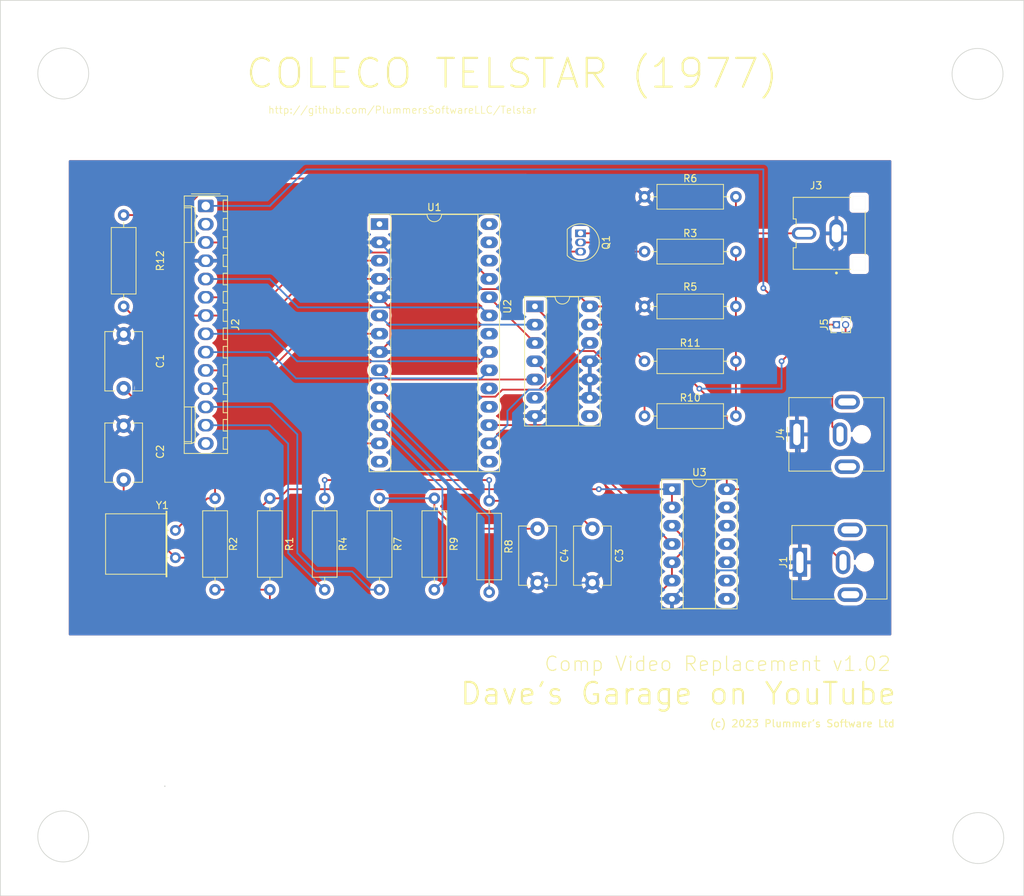
<source format=kicad_pcb>
(kicad_pcb (version 20211014) (generator pcbnew)
  (layers (0 "F.Cu" signal) (31 "B.Cu" signal) (34 "B.Paste" user) (35 "F.Paste" user) (36 "B.SilkS" user "B.Silkscreen") (37 "F.SilkS" user "F.Silkscreen") (38 "B.Mask" user) (39 "F.Mask" user) (44 "Edge.Cuts" user))
  (net 0 "")
  (net 1 "Net-(C2-Pad1)")
  (net 2 "Net-(R1-Pad2)")
  (net 3 "Net-(C1-Pad1)")
  (net 4 "Net-(R10-Pad1)")
  (net 5 "R_POT_WIPE")
  (net 6 "Net-(R4-Pad2)")
  (net 7 "GND")
  (net 8 "L_POT_WIPE")
  (net 9 "Net-(R8-Pad2)")
  (net 10 "Net-(R9-Pad2)")
  (net 11 "Net-(R10-Pad2)")
  (net 12 "Net-(R11-Pad2)")
  (net 14 "SOUND")
  (net 15 "VCC")
  (net 16 "BALLOUT")
  (net 17 "SPEED")
  (net 18 "RPLAYEROUT")
  (net 19 "LPLAYEROUT")
  (net 20 "BATSIZE")
  (net 23 "SYNC")
  (net 24 "Net-(U1-Pad17)")
  (net 27 "TENNIS")
  (net 28 "SOCCER")
  (net 30 "PRACTICE")
  (net 31 "FIELDOUT")
  (net 32 "RESET")
  (net 38 "Net-(J3-Pad2)")
  (net 39 "Net-(Q1-Pad3)")
  (net 40 "Net-(Q1-Pad2)")
  (net 41 "Net-(C4-Pad1)")
  (net 42 "Net-(J4-Pad2)")
  (footprint "Capacitor_THT:C_Disc_D8.0mm_W5.0mm_P7.50mm" (layer "F.Cu") (at 110.86 102.01 -90)
    (fp_text reference "C3" (at 3.75 -3.75 90) (layer "F.SilkS"))
    (fp_text value ".1uF")
    (pad "1" thru_hole circle (at 0 0 270) (size 2 2) (drill 1) (layers *.Cu *.Mask) (net 6 "Net-(R4-Pad2)"))
    (pad "2" thru_hole circle (at 7.5 0 270) (size 2 2) (drill 1) (layers *.Cu *.Mask) (net 7 "GND"))
  )
  (footprint "Capacitor_THT:C_Disc_D8.0mm_W5.0mm_P7.50mm" (layer "F.Cu") (at 103.24 102.01 -90)
    (fp_text reference "C4" (at 3.75 -3.75 90) (layer "F.SilkS"))
    (fp_text value ".1uF")
    (pad "1" thru_hole circle (at 0 0 270) (size 2 2) (drill 1) (layers *.Cu *.Mask) (net 41 "Net-(C4-Pad1)"))
    (pad "2" thru_hole circle (at 7.5 0 270) (size 2 2) (drill 1) (layers *.Cu *.Mask) (net 7 "GND"))
  )
  (footprint "Resistor_THT:R_Axial_DIN0309_L9.0mm_D3.2mm_P12.70mm_Horizontal" (layer "F.Cu") (at 81.28 110.49 90)
    (fp_text reference "R7" (at 6.35 2.54 90) (layer "F.SilkS"))
    (fp_text value "10K")
    (pad "1" thru_hole circle (at 0 0 90) (size 1.6 1.6) (drill 0.8) (layers *.Cu *.Mask) (net 8 "L_POT_WIPE"))
    (pad "2" thru_hole oval (at 12.7 0 90) (size 1.6 1.6) (drill 0.8) (layers *.Cu *.Mask) (net 41 "Net-(C4-Pad1)"))
  )
  (footprint "Crystal:Crystal_HC52-8mm_Horizontal" (layer "F.Cu") (at 52.91 102.24 -90)
    (fp_text reference "Y1" (at -3.475 1.8125) (layer "F.SilkS"))
    (fp_text value "2MHz")
    (pad "1" thru_hole circle (at 0 0 270) (size 1.5 1.5) (drill 0.8) (layers *.Cu *.Mask) (net 3 "Net-(C1-Pad1)"))
    (pad "2" thru_hole circle (at 3.8 0 270) (size 1.5 1.5) (drill 0.8) (layers *.Cu *.Mask) (net 1 "Net-(C2-Pad1)"))
  )
  (footprint "Resistor_THT:R_Axial_DIN0309_L9.0mm_D3.2mm_P12.70mm_Horizontal" (layer "F.Cu") (at 58.42 110.49 90)
    (fp_text reference "R2" (at 6.35 2.54 90) (layer "F.SilkS"))
    (fp_text value "220")
    (pad "1" thru_hole circle (at 0 0 90) (size 1.6 1.6) (drill 0.8) (layers *.Cu *.Mask) (net 2 "Net-(R1-Pad2)"))
    (pad "2" thru_hole oval (at 12.7 0 90) (size 1.6 1.6) (drill 0.8) (layers *.Cu *.Mask) (net 3 "Net-(C1-Pad1)"))
  )
  (footprint "Resistor_THT:R_Axial_DIN0309_L9.0mm_D3.2mm_P12.70mm_Horizontal" (layer "F.Cu") (at 73.66 110.49 90)
    (fp_text reference "R4" (at 6.35 2.54 90) (layer "F.SilkS"))
    (fp_text value "10K")
    (pad "1" thru_hole circle (at 0 0 90) (size 1.6 1.6) (drill 0.8) (layers *.Cu *.Mask) (net 5 "R_POT_WIPE"))
    (pad "2" thru_hole oval (at 12.7 0 90) (size 1.6 1.6) (drill 0.8) (layers *.Cu *.Mask) (net 6 "Net-(R4-Pad2)"))
  )
  (footprint "Resistor_THT:R_Axial_DIN0309_L9.0mm_D3.2mm_P12.70mm_Horizontal" (layer "F.Cu") (at 118.11 71.12)
    (fp_text reference "R5" (at 6.35 -2.72) (layer "F.SilkS"))
    (fp_text value "220")
    (pad "1" thru_hole circle (at 0 0) (size 1.6 1.6) (drill 0.8) (layers *.Cu *.Mask) (net 7 "GND"))
    (pad "2" thru_hole oval (at 12.7 0) (size 1.6 1.6) (drill 0.8) (layers *.Cu *.Mask) (net 4 "Net-(R10-Pad1)"))
  )
  (footprint "Resistor_THT:R_Axial_DIN0309_L9.0mm_D3.2mm_P12.70mm_Horizontal" (layer "F.Cu") (at 45.72 58.42 -90)
    (fp_text reference "R12" (at 6.35 -5.08 90) (layer "F.SilkS"))
    (fp_text value "47")
    (pad "1" thru_hole circle (at 0 0 270) (size 1.6 1.6) (drill 0.8) (layers *.Cu *.Mask) (net 39 "Net-(Q1-Pad3)"))
    (pad "2" thru_hole oval (at 12.7 0 270) (size 1.6 1.6) (drill 0.8) (layers *.Cu *.Mask) (net 15 "VCC"))
  )
  (footprint "Package_DIP:DIP-28_W15.24mm_Socket_LongPads" (layer "F.Cu") (at 81.275 59.675)
    (fp_text reference "U1" (at 7.62 -2.33) (layer "F.SilkS"))
    (fp_text value "AY-3-8500")
    (pad "1" thru_hole rect (at 0 0) (size 2.4 1.6) (drill 0.8) (layers *.Cu *.Mask))
    (pad "2" thru_hole oval (at 0 2.54) (size 2.4 1.6) (drill 0.8) (layers *.Cu *.Mask) (net 7 "GND"))
    (pad "3" thru_hole oval (at 0 5.08) (size 2.4 1.6) (drill 0.8) (layers *.Cu *.Mask) (net 14 "SOUND"))
    (pad "4" thru_hole oval (at 0 7.62) (size 2.4 1.6) (drill 0.8) (layers *.Cu *.Mask) (net 15 "VCC"))
    (pad "5" thru_hole oval (at 0 10.16) (size 2.4 1.6) (drill 0.8) (layers *.Cu *.Mask) (net 7 "GND"))
    (pad "6" thru_hole oval (at 0 12.7) (size 2.4 1.6) (drill 0.8) (layers *.Cu *.Mask) (net 16 "BALLOUT"))
    (pad "7" thru_hole oval (at 0 15.24) (size 2.4 1.6) (drill 0.8) (layers *.Cu *.Mask) (net 17 "SPEED"))
    (pad "8" thru_hole oval (at 0 17.78) (size 2.4 1.6) (drill 0.8) (layers *.Cu *.Mask) (net 7 "GND"))
    (pad "9" thru_hole oval (at 0 20.32) (size 2.4 1.6) (drill 0.8) (layers *.Cu *.Mask) (net 18 "RPLAYEROUT"))
    (pad "10" thru_hole oval (at 0 22.86) (size 2.4 1.6) (drill 0.8) (layers *.Cu *.Mask) (net 19 "LPLAYEROUT"))
    (pad "11" thru_hole oval (at 0 25.4) (size 2.4 1.6) (drill 0.8) (layers *.Cu *.Mask) (net 9 "Net-(R8-Pad2)"))
    (pad "12" thru_hole oval (at 0 27.94) (size 2.4 1.6) (drill 0.8) (layers *.Cu *.Mask) (net 10 "Net-(R9-Pad2)"))
    (pad "13" thru_hole oval (at 0 30.48) (size 2.4 1.6) (drill 0.8) (layers *.Cu *.Mask) (net 20 "BATSIZE"))
    (pad "14" thru_hole oval (at 0 33.02) (size 2.4 1.6) (drill 0.8) (layers *.Cu *.Mask))
    (pad "15" thru_hole oval (at 15.24 33.02) (size 2.4 1.6) (drill 0.8) (layers *.Cu *.Mask))
    (pad "16" thru_hole oval (at 15.24 30.48) (size 2.4 1.6) (drill 0.8) (layers *.Cu *.Mask) (net 23 "SYNC"))
    (pad "17" thru_hole oval (at 15.24 27.94) (size 2.4 1.6) (drill 0.8) (layers *.Cu *.Mask) (net 24 "Net-(U1-Pad17)"))
    (pad "18" thru_hole oval (at 15.24 25.4) (size 2.4 1.6) (drill 0.8) (layers *.Cu *.Mask))
    (pad "19" thru_hole oval (at 15.24 22.86) (size 2.4 1.6) (drill 0.8) (layers *.Cu *.Mask))
    (pad "20" thru_hole oval (at 15.24 20.32) (size 2.4 1.6) (drill 0.8) (layers *.Cu *.Mask) (net 27 "TENNIS"))
    (pad "21" thru_hole oval (at 15.24 17.78) (size 2.4 1.6) (drill 0.8) (layers *.Cu *.Mask) (net 28 "SOCCER"))
    (pad "22" thru_hole oval (at 15.24 15.24) (size 2.4 1.6) (drill 0.8) (layers *.Cu *.Mask))
    (pad "23" thru_hole oval (at 15.24 12.7) (size 2.4 1.6) (drill 0.8) (layers *.Cu *.Mask) (net 30 "PRACTICE"))
    (pad "24" thru_hole oval (at 15.24 10.16) (size 2.4 1.6) (drill 0.8) (layers *.Cu *.Mask) (net 31 "FIELDOUT"))
    (pad "25" thru_hole oval (at 15.24 7.62) (size 2.4 1.6) (drill 0.8) (layers *.Cu *.Mask) (net 32 "RESET"))
    (pad "26" thru_hole oval (at 15.24 5.08) (size 2.4 1.6) (drill 0.8) (layers *.Cu *.Mask))
    (pad "27" thru_hole oval (at 15.24 2.54) (size 2.4 1.6) (drill 0.8) (layers *.Cu *.Mask))
    (pad "28" thru_hole oval (at 15.24 0) (size 2.4 1.6) (drill 0.8) (layers *.Cu *.Mask))
  )
  (footprint "Package_DIP:DIP-14_W7.62mm_Socket_LongPads" (layer "F.Cu") (at 102.88 71.115)
    (fp_text reference "U2" (at -3.82 0.005 90) (layer "F.SilkS"))
    (fp_text value "4072")
    (pad "1" thru_hole rect (at 0 0) (size 2.4 1.6) (drill 0.8) (layers *.Cu *.Mask) (net 11 "Net-(R10-Pad2)"))
    (pad "2" thru_hole oval (at 0 2.54) (size 2.4 1.6) (drill 0.8) (layers *.Cu *.Mask) (net 16 "BALLOUT"))
    (pad "3" thru_hole oval (at 0 5.08) (size 2.4 1.6) (drill 0.8) (layers *.Cu *.Mask) (net 31 "FIELDOUT"))
    (pad "4" thru_hole oval (at 0 7.62) (size 2.4 1.6) (drill 0.8) (layers *.Cu *.Mask) (net 19 "LPLAYEROUT"))
    (pad "5" thru_hole oval (at 0 10.16) (size 2.4 1.6) (drill 0.8) (layers *.Cu *.Mask) (net 18 "RPLAYEROUT"))
    (pad "6" thru_hole oval (at 0 12.7) (size 2.4 1.6) (drill 0.8) (layers *.Cu *.Mask))
    (pad "7" thru_hole oval (at 0 15.24) (size 2.4 1.6) (drill 0.8) (layers *.Cu *.Mask) (net 7 "GND"))
    (pad "8" thru_hole oval (at 7.62 15.24) (size 2.4 1.6) (drill 0.8) (layers *.Cu *.Mask))
    (pad "9" thru_hole oval (at 7.62 12.7) (size 2.4 1.6) (drill 0.8) (layers *.Cu *.Mask) (net 7 "GND"))
    (pad "10" thru_hole oval (at 7.62 10.16) (size 2.4 1.6) (drill 0.8) (layers *.Cu *.Mask) (net 7 "GND"))
    (pad "11" thru_hole oval (at 7.62 7.62) (size 2.4 1.6) (drill 0.8) (layers *.Cu *.Mask) (net 7 "GND"))
    (pad "12" thru_hole oval (at 7.62 5.08) (size 2.4 1.6) (drill 0.8) (layers *.Cu *.Mask) (net 23 "SYNC"))
    (pad "13" thru_hole oval (at 7.62 2.54) (size 2.4 1.6) (drill 0.8) (layers *.Cu *.Mask) (net 12 "Net-(R11-Pad2)"))
    (pad "14" thru_hole oval (at 7.62 0) (size 2.4 1.6) (drill 0.8) (layers *.Cu *.Mask) (net 15 "VCC"))
  )
  (footprint "Resistor_THT:R_Axial_DIN0309_L9.0mm_D3.2mm_P12.70mm_Horizontal" (layer "F.Cu") (at 130.81 86.36 180)
    (fp_text reference "R10" (at 6.35 2.54) (layer "F.SilkS"))
    (fp_text value "330")
    (pad "1" thru_hole circle (at 0 0 180) (size 1.6 1.6) (drill 0.8) (layers *.Cu *.Mask) (net 4 "Net-(R10-Pad1)"))
    (pad "2" thru_hole oval (at 12.7 0 180) (size 1.6 1.6) (drill 0.8) (layers *.Cu *.Mask) (net 11 "Net-(R10-Pad2)"))
  )
  (footprint "Resistor_THT:R_Axial_DIN0309_L9.0mm_D3.2mm_P12.70mm_Horizontal" (layer "F.Cu") (at 118.11 55.88)
    (fp_text reference "R6" (at 6.35 -2.54) (layer "F.SilkS"))
    (fp_text value "75")
    (pad "1" thru_hole circle (at 0 0) (size 1.6 1.6) (drill 0.8) (layers *.Cu *.Mask) (net 7 "GND"))
    (pad "2" thru_hole oval (at 12.7 0) (size 1.6 1.6) (drill 0.8) (layers *.Cu *.Mask) (net 38 "Net-(J3-Pad2)"))
  )
  (footprint "Connector_BarrelJack:BarrelJack_CUI_PJ-063AH_Horizontal" (layer "F.Cu") (at 139.28 88.9 90)
    (fp_text reference "J4" (at 0 -2.3 90) (layer "F.SilkS"))
    (fp_text value "Power")
    (pad "" np_thru_hole circle (at 0 9 90) (size 1.6 1.6) (drill 1.6) (layers *.Cu *.Mask))
    (pad "1" thru_hole rect (at 0 0 90) (size 4 2) (drill oval 3 1) (layers *.Cu *.Mask) (net 7 "GND"))
    (pad "2" thru_hole oval (at 0 6 90) (size 3.3 2) (drill oval 2.3 1) (layers *.Cu *.Mask) (net 42 "Net-(J4-Pad2)"))
    (pad "MP" thru_hole oval (at -4.5 7 90) (size 2 3.5) (drill oval 1 2.5) (layers *.Cu *.Mask))
    (pad "MP" thru_hole oval (at 4.5 7 90) (size 2 3.5) (drill oval 1 2.5) (layers *.Cu *.Mask))
  )
  (footprint "Package_DIP:DIP-14_W7.62mm_Socket_LongPads" (layer "F.Cu") (at 121.92 96.52)
    (fp_text reference "U3" (at 3.81 -2.33) (layer "F.SilkS"))
    (fp_text value "4001")
    (pad "1" thru_hole rect (at 0 0) (size 2.4 1.6) (drill 0.8) (layers *.Cu *.Mask) (net 1 "Net-(C2-Pad1)"))
    (pad "2" thru_hole oval (at 0 2.54) (size 2.4 1.6) (drill 0.8) (layers *.Cu *.Mask) (net 1 "Net-(C2-Pad1)"))
    (pad "3" thru_hole oval (at 0 5.08) (size 2.4 1.6) (drill 0.8) (layers *.Cu *.Mask) (net 2 "Net-(R1-Pad2)"))
    (pad "4" thru_hole oval (at 0 7.62) (size 2.4 1.6) (drill 0.8) (layers *.Cu *.Mask) (net 24 "Net-(U1-Pad17)"))
    (pad "5" thru_hole oval (at 0 10.16) (size 2.4 1.6) (drill 0.8) (layers *.Cu *.Mask) (net 2 "Net-(R1-Pad2)"))
    (pad "6" thru_hole oval (at 0 12.7) (size 2.4 1.6) (drill 0.8) (layers *.Cu *.Mask) (net 2 "Net-(R1-Pad2)"))
    (pad "7" thru_hole oval (at 0 15.24) (size 2.4 1.6) (drill 0.8) (layers *.Cu *.Mask) (net 7 "GND"))
    (pad "8" thru_hole oval (at 7.62 15.24) (size 2.4 1.6) (drill 0.8) (layers *.Cu *.Mask))
    (pad "9" thru_hole oval (at 7.62 12.7) (size 2.4 1.6) (drill 0.8) (layers *.Cu *.Mask))
    (pad "10" thru_hole oval (at 7.62 10.16) (size 2.4 1.6) (drill 0.8) (layers *.Cu *.Mask))
    (pad "11" thru_hole oval (at 7.62 7.62) (size 2.4 1.6) (drill 0.8) (layers *.Cu *.Mask))
    (pad "12" thru_hole oval (at 7.62 5.08) (size 2.4 1.6) (drill 0.8) (layers *.Cu *.Mask))
    (pad "13" thru_hole oval (at 7.62 2.54) (size 2.4 1.6) (drill 0.8) (layers *.Cu *.Mask))
    (pad "14" thru_hole oval (at 7.62 0) (size 2.4 1.6) (drill 0.8) (layers *.Cu *.Mask) (net 15 "VCC"))
  )
  (footprint "RCJ-044:CUI_RCJ-044" (layer "F.Cu") (at 144.78 60.96)
    (fp_text reference "J3" (at -2.825 -6.635) (layer "F.SilkS"))
    (fp_text value "RCJ-044")
    (fp_line (start 4 3.35) (end 2.3 3.35) (layer "Edge.Cuts") (width 0.01))
    (fp_line (start 2.3 -5.15) (end 2.3 -3.35) (layer "Edge.Cuts") (width 0.01))
    (fp_line (start 2.3 5.15) (end 4 5.15) (layer "Edge.Cuts") (width 0.01))
    (fp_line (start 2.3 -3.35) (end 4 -3.35) (layer "Edge.Cuts") (width 0.01))
    (fp_line (start 4 -3.35) (end 4 -5.15) (layer "Edge.Cuts") (width 0.01))
    (fp_line (start 2.3 3.35) (end 2.3 5.15) (layer "Edge.Cuts") (width 0.01))
    (fp_line (start 4 -5.15) (end 2.3 -5.15) (layer "Edge.Cuts") (width 0.01))
    (fp_line (start 4 5.15) (end 4 3.35) (layer "Edge.Cuts") (width 0.01))
    (pad "1" thru_hole oval locked (at 0 0) (size 1.95 3.9) (drill oval 1.3 2.5) (layers *.Cu *.Mask) (net 7 "GND"))
    (pad "2" thru_hole oval locked (at -4.5 0) (size 3.4 1.7) (drill oval 2.5 1) (layers *.Cu *.Mask) (net 38 "Net-(J3-Pad2)"))
  )
  (footprint "Package_TO_SOT_THT:TO-92_Inline" (layer "F.Cu") (at 109.22 60.96 -90)
    (fp_text reference "Q1" (at 1.27 -3.56 90) (layer "F.SilkS"))
    (fp_text value "2N3904")
    (pad "1" thru_hole rect (at 0 0 270) (size 1.05 1.5) (drill 0.75) (layers *.Cu *.Mask) (net 38 "Net-(J3-Pad2)"))
    (pad "2" thru_hole oval (at 1.27 0 270) (size 1.05 1.5) (drill 0.75) (layers *.Cu *.Mask) (net 40 "Net-(Q1-Pad2)"))
    (pad "3" thru_hole oval (at 2.54 0 270) (size 1.05 1.5) (drill 0.75) (layers *.Cu *.Mask) (net 39 "Net-(Q1-Pad3)"))
  )
  (footprint "Connector_Molex:Molex_KK-254_AE-6410-14A_1x14_P2.54mm_Vertical" (layer "F.Cu") (at 57.13 57.15 -90)
    (fp_text reference "J2" (at 16.51 -4.12 90) (layer "F.SilkS"))
    (fp_text value "Control Panel Connector")
    (pad "1" thru_hole roundrect (at 0 0 270) (size 1.74 2.19) (drill 1.19) (layers *.Cu *.Mask) (roundrect_rratio 0.1436781609) (net 15 "VCC"))
    (pad "2" thru_hole oval (at 2.54 0 270) (size 1.74 2.19) (drill 1.19) (layers *.Cu *.Mask))
    (pad "3" thru_hole oval (at 5.08 0 270) (size 1.74 2.19) (drill 1.19) (layers *.Cu *.Mask) (net 32 "RESET"))
    (pad "4" thru_hole oval (at 7.62 0 270) (size 1.74 2.19) (drill 1.19) (layers *.Cu *.Mask) (net 7 "GND"))
    (pad "5" thru_hole oval (at 10.16 0 270) (size 1.74 2.19) (drill 1.19) (layers *.Cu *.Mask) (net 30 "PRACTICE"))
    (pad "6" thru_hole oval (at 12.7 0 270) (size 1.74 2.19) (drill 1.19) (layers *.Cu *.Mask) (net 14 "SOUND"))
    (pad "7" thru_hole oval (at 15.24 0 270) (size 1.74 2.19) (drill 1.19) (layers *.Cu *.Mask) (net 15 "VCC"))
    (pad "8" thru_hole oval (at 17.78 0 270) (size 1.74 2.19) (drill 1.19) (layers *.Cu *.Mask) (net 28 "SOCCER"))
    (pad "9" thru_hole oval (at 20.32 0 270) (size 1.74 2.19) (drill 1.19) (layers *.Cu *.Mask) (net 27 "TENNIS"))
    (pad "10" thru_hole oval (at 22.86 0 270) (size 1.74 2.19) (drill 1.19) (layers *.Cu *.Mask) (net 17 "SPEED"))
    (pad "11" thru_hole oval (at 25.4 0 270) (size 1.74 2.19) (drill 1.19) (layers *.Cu *.Mask) (net 20 "BATSIZE"))
    (pad "12" thru_hole oval (at 27.94 0 270) (size 1.74 2.19) (drill 1.19) (layers *.Cu *.Mask) (net 8 "L_POT_WIPE"))
    (pad "13" thru_hole oval (at 30.48 0 270) (size 1.74 2.19) (drill 1.19) (layers *.Cu *.Mask) (net 5 "R_POT_WIPE"))
    (pad "14" thru_hole oval (at 33.02 0 270) (size 1.74 2.19) (drill 1.19) (layers *.Cu *.Mask))
  )
  (footprint "Resistor_THT:R_Axial_DIN0309_L9.0mm_D3.2mm_P12.70mm_Horizontal" (layer "F.Cu") (at 130.81 78.74 180)
    (fp_text reference "R11" (at 6.35 2.54) (layer "F.SilkS"))
    (fp_text value "510")
    (pad "1" thru_hole circle (at 0 0 180) (size 1.6 1.6) (drill 0.8) (layers *.Cu *.Mask) (net 4 "Net-(R10-Pad1)"))
    (pad "2" thru_hole oval (at 12.7 0 180) (size 1.6 1.6) (drill 0.8) (layers *.Cu *.Mask) (net 12 "Net-(R11-Pad2)"))
  )
  (footprint "Capacitor_THT:C_Disc_D8.0mm_W5.0mm_P7.50mm" (layer "F.Cu") (at 45.72 82.49 90)
    (fp_text reference "C1" (at 3.75 5.08 90) (layer "F.SilkS"))
    (fp_text value "30pF")
    (pad "1" thru_hole circle (at 0 0 90) (size 2 2) (drill 1) (layers *.Cu *.Mask) (net 3 "Net-(C1-Pad1)"))
    (pad "2" thru_hole circle (at 7.5 0 90) (size 2 2) (drill 1) (layers *.Cu *.Mask) (net 7 "GND"))
  )
  (footprint "Resistor_THT:R_Axial_DIN0309_L9.0mm_D3.2mm_P12.70mm_Horizontal" (layer "F.Cu") (at 66.04 97.79 -90)
    (fp_text reference "R1" (at 6.35 -2.72 90) (layer "F.SilkS"))
    (fp_text value "12M")
    (pad "1" thru_hole circle (at 0 0 270) (size 1.6 1.6) (drill 0.8) (layers *.Cu *.Mask) (net 1 "Net-(C2-Pad1)"))
    (pad "2" thru_hole oval (at 12.7 0 270) (size 1.6 1.6) (drill 0.8) (layers *.Cu *.Mask) (net 2 "Net-(R1-Pad2)"))
  )
  (footprint "Connector_PinHeader_1.27mm:PinHeader_1x02_P1.27mm_Vertical" (layer "F.Cu") (at 144.78 73.66 90)
    (fp_text reference "J5" (at 0 -1.695 90) (layer "F.SilkS"))
    (fp_text value "J5")
    (pad "1" thru_hole rect (at 0 0 90) (size 1 1) (drill 0.65) (layers *.Cu *.Mask) (net 15 "VCC"))
    (pad "2" thru_hole oval (at 0 1.27 90) (size 1 1) (drill 0.65) (layers *.Cu *.Mask) (net 42 "Net-(J4-Pad2)"))
  )
  (footprint "Resistor_THT:R_Axial_DIN0309_L9.0mm_D3.2mm_P12.70mm_Horizontal" (layer "F.Cu") (at 118.11 63.5)
    (fp_text reference "R3" (at 6.35 -2.54) (layer "F.SilkS"))
    (fp_text value "510")
    (pad "1" thru_hole circle (at 0 0) (size 1.6 1.6) (drill 0.8) (layers *.Cu *.Mask) (net 40 "Net-(Q1-Pad2)"))
    (pad "2" thru_hole oval (at 12.7 0) (size 1.6 1.6) (drill 0.8) (layers *.Cu *.Mask) (net 4 "Net-(R10-Pad1)"))
  )
  (footprint "Resistor_THT:R_Axial_DIN0309_L9.0mm_D3.2mm_P12.70mm_Horizontal" (layer "F.Cu") (at 96.52 98.14 -90)
    (fp_text reference "R8" (at 6.35 -2.72 90) (layer "F.SilkS"))
    (fp_text value "220")
    (pad "1" thru_hole circle (at 0 0 270) (size 1.6 1.6) (drill 0.8) (layers *.Cu *.Mask) (net 6 "Net-(R4-Pad2)"))
    (pad "2" thru_hole oval (at 12.7 0 270) (size 1.6 1.6) (drill 0.8) (layers *.Cu *.Mask) (net 9 "Net-(R8-Pad2)"))
  )
  (footprint "Connector_BarrelJack:BarrelJack_CUI_PJ-063AH_Horizontal" (layer "F.Cu") (at 139.7 106.68 90)
    (fp_text reference "J1" (at 0 -2.3 90) (layer "F.SilkS"))
    (fp_text value "Power")
    (pad "" np_thru_hole circle (at 0 9 90) (size 1.6 1.6) (drill 1.6) (layers *.Cu *.Mask))
    (pad "1" thru_hole rect (at 0 0 90) (size 4 2) (drill oval 3 1) (layers *.Cu *.Mask) (net 7 "GND"))
    (pad "2" thru_hole oval (at 0 6 90) (size 3.3 2) (drill oval 2.3 1) (layers *.Cu *.Mask) (net 15 "VCC"))
    (pad "MP" thru_hole oval (at -4.5 7 90) (size 2 3.5) (drill oval 1 2.5) (layers *.Cu *.Mask))
    (pad "MP" thru_hole oval (at 4.5 7 90) (size 2 3.5) (drill oval 1 2.5) (layers *.Cu *.Mask))
  )
  (footprint "Capacitor_THT:C_Disc_D8.0mm_W5.0mm_P7.50mm" (layer "F.Cu") (at 45.72 95.19 90)
    (fp_text reference "C2" (at 3.87 5.08 90) (layer "F.SilkS"))
    (fp_text value "30pF")
    (pad "1" thru_hole circle (at 0 0 90) (size 2 2) (drill 1) (layers *.Cu *.Mask) (net 1 "Net-(C2-Pad1)"))
    (pad "2" thru_hole circle (at 7.5 0 90) (size 2 2) (drill 1) (layers *.Cu *.Mask) (net 7 "GND"))
  )
  (footprint "Resistor_THT:R_Axial_DIN0309_L9.0mm_D3.2mm_P12.70mm_Horizontal" (layer "F.Cu") (at 88.9 97.79 -90)
    (fp_text reference "R9" (at 6.35 -2.72 90) (layer "F.SilkS"))
    (fp_text value "220")
    (pad "1" thru_hole circle (at 0 0 270) (size 1.6 1.6) (drill 0.8) (layers *.Cu *.Mask) (net 41 "Net-(C4-Pad1)"))
    (pad "2" thru_hole oval (at 12.7 0 270) (size 1.6 1.6) (drill 0.8) (layers *.Cu *.Mask) (net 10 "Net-(R9-Pad2)"))
  )
  (gr_circle (center 164.392524 38.806908) (end 167.921832 39.079531) (layer "Edge.Cuts") (width 0.1) (fill none))
  (gr_circle (center 164.496542 145.009253) (end 168.02585 145.281876) (layer "Edge.Cuts") (width 0.1) (fill none))
  (gr_rect (start 28.5825 28.5825) (end 170.8225 153.0425) (layer "Edge.Cuts") (width 0.1) (fill none))
  (gr_circle (center 37.3225 38.7425) (end 40.851808 39.015123) (layer "Edge.Cuts") (width 0.1) (fill none))
  (gr_circle (center 51.4425 137.8025) (end 51.4425 137.8025) (layer "Edge.Cuts") (width 0.1) (fill none))
  (gr_circle (center 37.3225 144.78) (end 40.851808 145.052623) (layer "Edge.Cuts") (width 0.1) (fill none))
  (gr_text "http://github.com/PlummersSoftwareLLC/Telstar" (at 84.4625 43.8225) (layer "F.SilkS") (effects (font (size 1 1) (thickness 0.1))))
  (gr_text "(c) 2023 Plummer's Software Ltd" (at 140.05232 129.094504) (layer "F.SilkS") (effects (font (size 1 1))))
  (gr_text "Comp Video Replacement v1.02" (at 128.27 120.795) (layer "F.SilkS") (effects (font (size 2 2))))
  (gr_text "Dave's Garage on YouTube" (at 122.785337 124.933785) (layer "F.SilkS") (effects (font (size 3 3) (thickness 0.3))))
  (gr_text "COLECO TELSTAR (1977)" (at 99.7025 38.7425) (layer "F.SilkS") (effects (font (size 4 4) (thickness 0.3))))
  (segment (start 57.79 106.04) (end 66.04 97.79) (width 0.25) (layer "F.Cu") (net 1))
  (segment (start 68.58 96.52) (end 67.31 97.79) (width 0.25) (layer "F.Cu") (net 1))
  (segment (start 52.91 106.04) (end 57.79 106.04) (width 0.25) (layer "F.Cu") (net 1))
  (segment (start 111.76 96.52) (end 68.58 96.52) (width 0.25) (layer "F.Cu") (net 1))
  (segment (start 121.92 99.06) (end 121.92 96.52) (width 0.25) (layer "F.Cu") (net 1))
  (segment (start 45.72 98.85) (end 52.91 106.04) (width 0.25) (layer "F.Cu") (net 1))
  (segment (start 45.72 95.19) (end 45.72 98.85) (width 0.25) (layer "F.Cu") (net 1))
  (segment (start 67.31 97.79) (end 66.04 97.79) (width 0.25) (layer "F.Cu") (net 1))
  (via (at 111.76 96.52) (size 0.8) (drill 0.4) (layers "F.Cu" "B.Cu") (net 1))
  (segment (start 121.92 96.52) (end 111.76 96.52) (width 0.25) (layer "B.Cu") (net 1))
  (segment (start 66.04 114.3) (end 66.04 110.49) (width 0.25) (layer "F.Cu") (net 2))
  (segment (start 123.445 103.125) (end 121.92 101.6) (width 0.25) (layer "F.Cu") (net 2))
  (segment (start 58.42 110.49) (end 66.04 110.49) (width 0.25) (layer "F.Cu") (net 2))
  (segment (start 123.445 105.155) (end 123.445 103.125) (width 0.25) (layer "F.Cu") (net 2))
  (segment (start 121.92 106.68) (end 123.445 105.155) (width 0.25) (layer "F.Cu") (net 2))
  (segment (start 116.84 114.3) (end 66.04 114.3) (width 0.25) (layer "F.Cu") (net 2))
  (segment (start 121.92 106.68) (end 121.92 109.22) (width 0.25) (layer "F.Cu") (net 2))
  (segment (start 121.92 109.22) (end 116.84 114.3) (width 0.25) (layer "F.Cu") (net 2))
  (segment (start 45.72 82.49) (end 58.42 95.19) (width 0.25) (layer "F.Cu") (net 3))
  (segment (start 52.91 102.24) (end 57.36 97.79) (width 0.25) (layer "F.Cu") (net 3))
  (segment (start 58.42 95.19) (end 58.42 97.79) (width 0.25) (layer "F.Cu") (net 3))
  (segment (start 57.36 97.79) (end 58.42 97.79) (width 0.25) (layer "F.Cu") (net 3))
  (segment (start 130.81 71.12) (end 130.81 78.74) (width 0.25) (layer "F.Cu") (net 4))
  (segment (start 130.81 78.74) (end 130.81 86.36) (width 0.25) (layer "F.Cu") (net 4))
  (segment (start 130.81 63.5) (end 130.81 71.12) (width 0.25) (layer "F.Cu") (net 4))
  (segment (start 68.58 105.41) (end 68.58 90.19) (width 0.25) (layer "B.Cu") (net 5))
  (segment (start 68.58 90.19) (end 66.02 87.63) (width 0.25) (layer "B.Cu") (net 5))
  (segment (start 66.02 87.63) (end 57.13 87.63) (width 0.25) (layer "B.Cu") (net 5))
  (segment (start 73.66 110.49) (end 68.58 105.41) (width 0.25) (layer "B.Cu") (net 5))
  (segment (start 110.86 102.01) (end 106.99 98.14) (width 0.25) (layer "F.Cu") (net 6))
  (segment (start 96.52 95.25) (end 73.66 95.25) (width 0.25) (layer "F.Cu") (net 6))
  (segment (start 106.99 98.14) (end 96.52 98.14) (width 0.25) (layer "F.Cu") (net 6))
  (via (at 96.52 95.25) (size 0.8) (drill 0.4) (layers "F.Cu" "B.Cu") (net 6))
  (via (at 73.66 95.25) (size 0.8) (drill 0.4) (layers "F.Cu" "B.Cu") (net 6))
  (segment (start 73.66 95.25) (end 73.66 97.79) (width 0.25) (layer "B.Cu") (net 6))
  (segment (start 96.52 98.14) (end 96.52 95.25) (width 0.25) (layer "B.Cu") (net 6))
  (segment (start 82.8 75.93) (end 82.8 71.36) (width 0.25) (layer "F.Cu") (net 7))
  (segment (start 82.8 75.93) (end 81.275 77.455) (width 0.25) (layer "F.Cu") (net 7))
  (segment (start 82.8 71.36) (end 81.275 69.835) (width 0.25) (layer "F.Cu") (net 7))
  (segment (start 144.78 62.66) (end 144.78 60.96) (width 0.25) (layer "B.Cu") (net 7))
  (segment (start 139.28 79.16) (end 139.28 88.9) (width 0.25) (layer "B.Cu") (net 7))
  (segment (start 45.72 87.69) (end 47.045 86.365) (width 0.25) (layer "B.Cu") (net 7))
  (segment (start 120.65 73.66) (end 118.11 71.12) (width 0.25) (layer "B.Cu") (net 7))
  (segment (start 139.28 79.16) (end 133.78 73.66) (width 0.25) (layer "B.Cu") (net 7))
  (segment (start 116.985 69.995) (end 118.11 71.12) (width 0.25) (layer "B.Cu") (net 7))
  (segment (start 113.11 111.76) (end 110.86 109.51) (width 0.25) (layer "B.Cu") (net 7))
  (segment (start 103.24 109.51) (end 110.86 109.51) (width 0.25) (layer "B.Cu") (net 7))
  (segment (start 138.575 107.805) (end 125.875 107.805) (width 0.25) (layer "B.Cu") (net 7))
  (segment (start 133.78 73.66) (end 144.78 62.66) (width 0.25) (layer "B.Cu") (net 7))
  (segment (start 66.02 64.77) (end 52.07 64.77) (width 0.25) (layer "B.Cu") (net 7))
  (segment (start 118.11 71.12) (end 110.5 78.73) (width 0.25) (layer "B.Cu") (net 7))
  (segment (start 52.07 68.64) (end 45.72 74.99) (width 0.25) (layer "B.Cu") (net 7))
  (segment (start 81.275 69.835) (end 82.8 68.31) (width 0.25) (layer "B.Cu") (net 7))
  (segment (start 105.42 83.815) (end 102.88 86.355) (width 0.25) (layer "B.Cu") (net 7))
  (segment (start 118.11 55.88) (end 116.985 57.005) (width 0.25) (layer "B.Cu") (net 7))
  (segment (start 133.78 73.66) (end 120.65 73.66) (width 0.25) (layer "B.Cu") (net 7))
  (segment (start 139.7 106.68) (end 139.7 89.32) (width 0.25) (layer "B.Cu") (net 7))
  (segment (start 82.8 63.74) (end 81.275 62.215) (width 0.25) (layer "B.Cu") (net 7))
  (segment (start 110.5 83.815) (end 110.5 81.275) (width 0.25) (layer "B.Cu") (net 7))
  (segment (start 52.07 64.77) (end 52.07 68.64) (width 0.25) (layer "B.Cu") (net 7))
  (segment (start 82.8 68.31) (end 82.8 63.74) (width 0.25) (layer "B.Cu") (net 7))
  (segment (start 125.875 107.805) (end 121.92 111.76) (width 0.25) (layer "B.Cu") (net 7))
  (segment (start 110.5 83.815) (end 105.42 83.815) (width 0.25) (layer "B.Cu") (net 7))
  (segment (start 47.045 76.315) (end 45.72 74.99) (width 0.25) (layer "B.Cu") (net 7))
  (segment (start 81.275 62.215) (end 68.575 62.215) (width 0.25) (layer "B.Cu") (net 7))
  (segment (start 116.985 57.005) (end 116.985 69.995) (width 0.25) (layer "B.Cu") (net 7))
  (segment (start 121.92 111.76) (end 113.11 111.76) (width 0.25) (layer "B.Cu") (net 7))
  (segment (start 68.575 62.215) (end 66.02 64.77) (width 0.25) (layer "B.Cu") (net 7))
  (segment (start 47.045 86.365) (end 47.045 76.315) (width 0.25) (layer "B.Cu") (net 7))
  (segment (start 110.5 81.275) (end 110.5 78.735) (width 0.25) (layer "B.Cu") (net 7))
  (segment (start 139.7 106.68) (end 138.575 107.805) (width 0.25) (layer "B.Cu") (net 7))
  (segment (start 80.01 110.49) (end 81.28 110.49) (width 0.25) (layer "B.Cu") (net 8))
  (segment (start 69.85 88.9) (end 69.85 105.41) (width 0.25) (layer "B.Cu") (net 8))
  (segment (start 72.39 107.95) (end 77.47 107.95) (width 0.25) (layer "B.Cu") (net 8))
  (segment (start 66.04 85.09) (end 69.85 88.9) (width 0.25) (layer "B.Cu") (net 8))
  (segment (start 69.85 105.41) (end 72.39 107.95) (width 0.25) (layer "B.Cu") (net 8))
  (segment (start 77.47 107.95) (end 80.01 110.49) (width 0.25) (layer "B.Cu") (net 8))
  (segment (start 66.04 85.09) (end 57.13 85.09) (width 0.25) (layer "B.Cu") (net 8))
  (segment (start 96.52 110.84) (end 96.52 100.32) (width 0.25) (layer "B.Cu") (net 9))
  (segment (start 96.52 100.32) (end 81.275 85.075) (width 0.25) (layer "B.Cu") (net 9))
  (segment (start 88.9 110.49) (end 90.025 109.365) (width 0.25) (layer "B.Cu") (net 10))
  (segment (start 90.025 109.365) (end 90.025 96.365) (width 0.25) (layer "B.Cu") (net 10))
  (segment (start 90.025 96.365) (end 81.275 87.615) (width 0.25) (layer "B.Cu") (net 10))
  (segment (start 109.085 77.32) (end 111.07599 77.32) (width 0.25) (layer "F.Cu") (net 11))
  (segment (start 102.88 71.115) (end 109.085 77.32) (width 0.25) (layer "F.Cu") (net 11))
  (segment (start 118.11 84.35401) (end 118.11 86.36) (width 0.25) (layer "F.Cu") (net 11))
  (segment (start 111.07599 77.32) (end 118.11 84.35401) (width 0.25) (layer "F.Cu") (net 11))
  (segment (start 113.025 73.655) (end 118.11 78.74) (width 0.25) (layer "F.Cu") (net 12))
  (segment (start 110.5 73.655) (end 113.025 73.655) (width 0.25) (layer "F.Cu") (net 12))
  (segment (start 66.02 69.85) (end 57.13 69.85) (width 0.25) (layer "F.Cu") (net 14))
  (segment (start 71.115 64.755) (end 66.02 69.85) (width 0.25) (layer "F.Cu") (net 14))
  (segment (start 81.275 64.755) (end 71.115 64.755) (width 0.25) (layer "F.Cu") (net 14))
  (segment (start 145.7 106.68) (end 135.54 96.52) (width 0.25) (layer "F.Cu") (net 15))
  (segment (start 64.75 71.12) (end 66.04 71.12) (width 0.25) (layer "F.Cu") (net 15))
  (segment (start 57.13 72.39) (end 63.5 72.39) (width 0.25) (layer "F.Cu") (net 15))
  (segment (start 66.04 71.12) (end 67.31 71.12) (width 0.25) (layer "F.Cu") (net 15))
  (segment (start 67.31 71.12) (end 71.12 67.31) (width 0.25) (layer "F.Cu") (net 15))
  (segment (start 64.77 71.12) (end 66.04 71.12) (width 0.25) (layer "F.Cu") (net 15))
  (segment (start 63.5 72.39) (end 64.77 71.12) (width 0.25) (layer "F.Cu") (net 15))
  (segment (start 46.99 72.39) (end 45.72 71.12) (width 0.25) (layer "F.Cu") (net 15))
  (segment (start 94.11 68.71) (end 92.695 67.295) (width 0.25) (layer "F.Cu") (net 15))
  (segment (start 111.755 71.115) (end 110.5 71.115) (width 0.25) (layer "F.Cu") (net 15))
  (segment (start 144.78 73.66) (end 142.835 73.66) (width 0.25) (layer "F.Cu") (net 15))
  (segment (start 114.3 71.12) (end 111.76 71.12) (width 0.25) (layer "F.Cu") (net 15))
  (segment (start 135.54 96.52) (end 129.54 96.52) (width 0.25) (layer "F.Cu") (net 15))
  (segment (start 134.62 68.58) (end 139.7 73.66) (width 0.25) (layer "F.Cu") (net 15))
  (segment (start 129.54 96.52) (end 129.54 86.36) (width 0.25) (layer "F.Cu") (net 15))
  (segment (start 139.7 73.66) (end 142.24 73.66) (width 0.25) (layer "F.Cu") (net 15))
  (segment (start 81.275 67.295) (end 71.115 67.295) (width 0.25) (layer "F.Cu") (net 15))
  (segment (start 129.54 86.36) (end 114.3 71.12) (width 0.25) (layer "F.Cu") (net 15))
  (segment (start 92.695 67.295) (end 81.275 67.295) (width 0.25) (layer "F.Cu") (net 15))
  (segment (start 142.24 73.66) (end 137.16 78.74) (width 0.25) (layer "F.Cu") (net 15))
  (segment (start 108.095 68.71) (end 94.11 68.71) (width 0.25) (layer "F.Cu") (net 15))
  (segment (start 111.76 71.12) (end 111.755 71.115) (width 0.25) (layer "F.Cu") (net 15))
  (segment (start 142.835 73.66) (end 142.24 73.66) (width 0.25) (layer "F.Cu") (net 15))
  (segment (start 110.5 71.115) (end 108.095 68.71) (width 0.25) (layer "F.Cu") (net 15))
  (segment (start 57.13 72.39) (end 46.99 72.39) (width 0.25) (layer "F.Cu") (net 15))
  (via (at 134.62 68.58) (size 0.8) (drill 0.4) (layers "F.Cu" "B.Cu") (net 15))
  (via (at 137.16 78.74) (size 0.8) (drill 0.4) (layers "F.Cu" "B.Cu") (net 15))
  (via (at 125.73 82.55) (size 0.8) (drill 0.4) (layers "F.Cu" "B.Cu") (net 15))
  (segment (start 66.02 57.15) (end 66.824009 56.345991) (width 0.25) (layer "B.Cu") (net 15))
  (segment (start 125.73 82.55) (end 137.16 82.55) (width 0.25) (layer "B.Cu") (net 15))
  (segment (start 71.12 52.07) (end 134.62 52.07) (width 0.25) (layer "B.Cu") (net 15))
  (segment (start 134.62 52.07) (end 134.62 68.58) (width 0.25) (layer "B.Cu") (net 15))
  (segment (start 66.04 57.15) (end 66.844009 56.345991) (width 0.25) (layer "B.Cu") (net 15))
  (segment (start 66.844009 56.345991) (end 71.12 52.07) (width 0.25) (layer "B.Cu") (net 15))
  (segment (start 66.824009 56.345991) (end 66.844009 56.345991) (width 0.25) (layer "B.Cu") (net 15))
  (segment (start 137.16 82.55) (end 137.16 78.74) (width 0.25) (layer "B.Cu") (net 15))
  (segment (start 57.13 57.15) (end 66.04 57.15) (width 0.25) (layer "B.Cu") (net 15))
  (segment (start 82.555 73.655) (end 81.275 72.375) (width 0.25) (layer "B.Cu") (net 16))
  (segment (start 102.88 73.655) (end 82.555 73.655) (width 0.25) (layer "B.Cu") (net 16))
  (segment (start 81.275 74.915) (end 71.115 74.915) (width 0.25) (layer "F.Cu") (net 17))
  (segment (start 66.02 80.01) (end 57.13 80.01) (width 0.25) (layer "F.Cu") (net 17))
  (segment (start 71.115 74.915) (end 66.02 80.01) (width 0.25) (layer "F.Cu") (net 17))
  (segment (start 102.88 81.275) (end 82.555 81.275) (width 0.25) (layer "F.Cu") (net 18))
  (segment (start 82.555 81.275) (end 81.275 79.995) (width 0.25) (layer "F.Cu") (net 18))
  (segment (start 103.45599 82.69) (end 104.405 81.74099) (width 0.25) (layer "F.Cu") (net 19))
  (segment (start 104.405 81.74099) (end 104.405 80.26) (width 0.25) (layer "F.Cu") (net 19))
  (segment (start 98.35099 82.69) (end 103.45599 82.69) (width 0.25) (layer "F.Cu") (net 19))
  (segment (start 97.38099 83.66) (end 98.35099 82.69) (width 0.25) (layer "F.Cu") (net 19))
  (segment (start 81.275 82.535) (end 82.4 83.66) (width 0.25) (layer "F.Cu") (net 19))
  (segment (start 82.4 83.66) (end 97.38099 83.66) (width 0.25) (layer "F.Cu") (net 19))
  (segment (start 104.405 80.26) (end 102.88 78.735) (width 0.25) (layer "F.Cu") (net 19))
  (segment (start 66.02 82.55) (end 57.13 82.55) (width 0.25) (layer "F.Cu") (net 20))
  (segment (start 73.625 90.155) (end 66.02 82.55) (width 0.25) (layer "F.Cu") (net 20))
  (segment (start 81.275 90.155) (end 73.625 90.155) (width 0.25) (layer "F.Cu") (net 20))
  (segment (start 104.005 82.69) (end 102.01401 82.69) (width 0.25) (layer "B.Cu") (net 23))
  (segment (start 102.01401 82.69) (end 99.06 85.64401) (width 0.25) (layer "B.Cu") (net 23))
  (segment (start 99.06 87.61) (end 96.515 90.155) (width 0.25) (layer "B.Cu") (net 23))
  (segment (start 110.5 76.195) (end 104.005 82.69) (width 0.25) (layer "B.Cu") (net 23))
  (segment (start 99.06 85.64401) (end 99.06 87.61) (width 0.25) (layer "B.Cu") (net 23))
  (segment (start 96.515 87.615) (end 105.395 87.615) (width 0.25) (layer "F.Cu") (net 24))
  (segment (start 105.395 87.615) (end 121.92 104.14) (width 0.25) (layer "F.Cu") (net 24))
  (segment (start 69.67 81.12) (end 66.02 77.47) (width 0.25) (layer "B.Cu") (net 27))
  (segment (start 66.02 77.47) (end 57.13 77.47) (width 0.25) (layer "B.Cu") (net 27))
  (segment (start 95.39 81.12) (end 69.67 81.12) (width 0.25) (layer "B.Cu") (net 27))
  (segment (start 96.515 79.995) (end 95.39 81.12) (width 0.25) (layer "B.Cu") (net 27))
  (segment (start 95.23 78.74) (end 96.515 77.455) (width 0.25) (layer "B.Cu") (net 28))
  (segment (start 69.83 78.74) (end 95.23 78.74) (width 0.25) (layer "B.Cu") (net 28))
  (segment (start 66.02 74.93) (end 69.83 78.74) (width 0.25) (layer "B.Cu") (net 28))
  (segment (start 66.02 74.93) (end 57.13 74.93) (width 0.25) (layer "B.Cu") (net 28))
  (segment (start 66.02 67.31) (end 57.13 67.31) (width 0.25) (layer "B.Cu") (net 30))
  (segment (start 69.96 71.25) (end 66.02 67.31) (width 0.25) (layer "B.Cu") (net 30))
  (segment (start 95.39 71.25) (end 69.96 71.25) (width 0.25) (layer "B.Cu") (net 30))
  (segment (start 96.515 72.375) (end 95.39 71.25) (width 0.25) (layer "B.Cu") (net 30))
  (segment (start 96.515 69.835) (end 102.875 76.195) (width 0.25) (layer "F.Cu") (net 31))
  (segment (start 67.42 63.63) (end 92.85 63.63) (width 0.25) (layer "F.Cu") (net 32))
  (segment (start 92.85 63.63) (end 96.515 67.295) (width 0.25) (layer "F.Cu") (net 32))
  (segment (start 66.02 62.23) (end 57.13 62.23) (width 0.25) (layer "F.Cu") (net 32))
  (segment (start 66.02 62.23) (end 67.42 63.63) (width 0.25) (layer "F.Cu") (net 32))
  (segment (start 130.81 59.69) (end 132.08 60.96) (width 0.25) (layer "F.Cu") (net 38))
  (segment (start 132.08 60.96) (end 140.28 60.96) (width 0.25) (layer "F.Cu") (net 38))
  (segment (start 130.81 55.88) (end 130.81 59.69) (width 0.25) (layer "F.Cu") (net 38))
  (segment (start 130.81 59.69) (end 129.54 60.96) (width 0.25) (layer "F.Cu") (net 38))
  (segment (start 129.54 60.96) (end 109.22 60.96) (width 0.25) (layer "F.Cu") (net 38))
  (segment (start 101.6 53.34) (end 104.14 55.88) (width 0.25) (layer "F.Cu") (net 39))
  (segment (start 108.583604 63.5) (end 108.901802 63.818198) (width 0.25) (layer "F.Cu") (net 39))
  (segment (start 106.68 63.5) (end 108.583604 63.5) (width 0.25) (layer "F.Cu") (net 39))
  (segment (start 104.14 55.88) (end 104.14 60.96) (width 0.25) (layer "F.Cu") (net 39))
  (segment (start 45.72 58.42) (end 53.34 58.42) (width 0.25) (layer "F.Cu") (net 39))
  (segment (start 53.34 58.42) (end 58.42 53.34) (width 0.25) (layer "F.Cu") (net 39))
  (segment (start 58.42 53.34) (end 101.6 53.34) (width 0.25) (layer "F.Cu") (net 39))
  (segment (start 104.14 60.96) (end 106.68 63.5) (width 0.25) (layer "F.Cu") (net 39))
  (segment (start 118.11 63.5) (end 114.3 63.5) (width 0.25) (layer "F.Cu") (net 40))
  (segment (start 114.3 63.5) (end 113.03 62.23) (width 0.25) (layer "F.Cu") (net 40))
  (segment (start 113.03 62.23) (end 109.22 62.23) (width 0.25) (layer "F.Cu") (net 40))
  (segment (start 103.24 102.01) (end 91.85 102.01) (width 0.25) (layer "F.Cu") (net 41))
  (segment (start 91.85 102.01) (end 88.9 99.06) (width 0.25) (layer "F.Cu") (net 41))
  (segment (start 88.9 99.06) (end 88.9 97.79) (width 0.25) (layer "F.Cu") (net 41))
  (segment (start 88.9 97.79) (end 81.28 97.79) (width 0.25) (layer "B.Cu") (net 41))
  (segment (start 146.05 74.93) (end 146.05 73.66) (width 0.25) (layer "F.Cu") (net 42))
  (segment (start 144.205 87.825) (end 144.205 76.775) (width 0.25) (layer "F.Cu") (net 42))
  (segment (start 144.205 76.775) (end 146.05 74.93) (width 0.25) (layer "F.Cu") (net 42))
  (segment (start 145.28 88.9) (end 144.205 87.825) (width 0.25) (layer "F.Cu") (net 42))
  (zone (net 7) (net_name "GND") (layers F&B.Cu) (connect_pads (clearance 0.508)) (min_thickness 0.254) (fill yes (thermal_gap 0.508) (thermal_bridge_width 0.508))
    (polygon (pts (xy 38.1 50.8) (xy 152.4 50.8) (xy 152.4 116.84) (xy 38.1 116.84)))
  )
)
</source>
